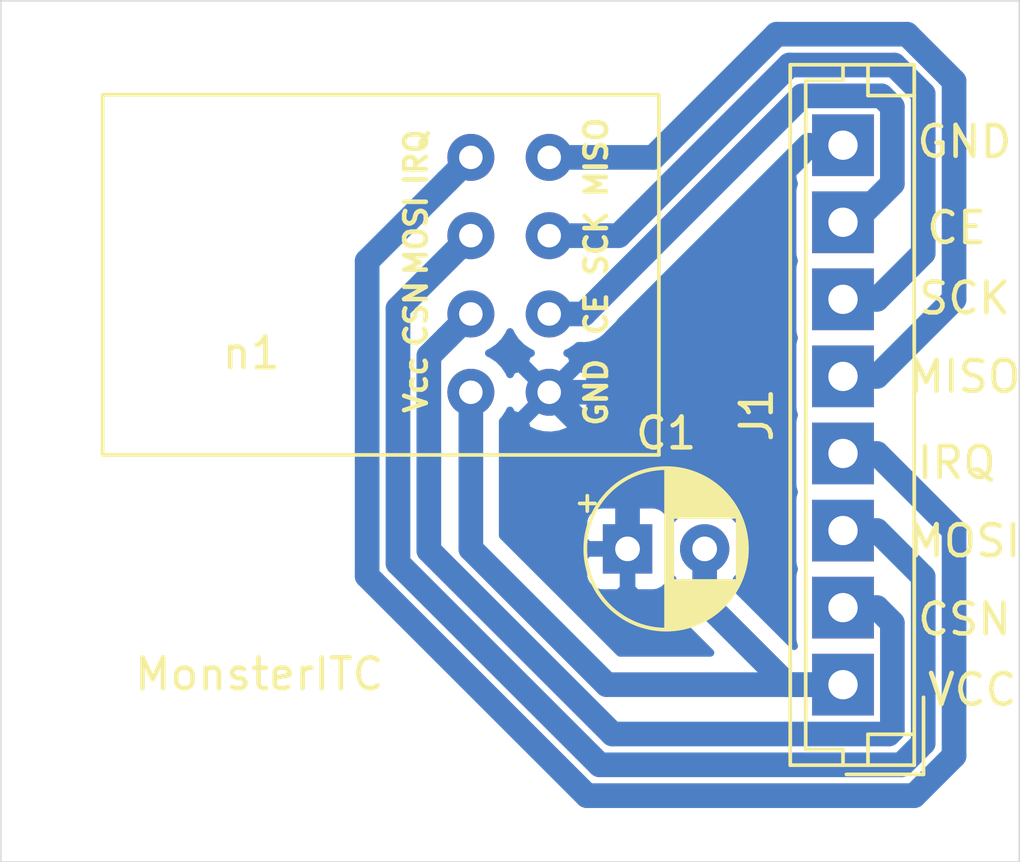
<source format=kicad_pcb>
(kicad_pcb (version 20171130) (host pcbnew "(5.1.2)-2")

  (general
    (thickness 1.6)
    (drawings 13)
    (tracks 60)
    (zones 0)
    (modules 3)
    (nets 9)
  )

  (page A4)
  (layers
    (0 F.Cu signal)
    (31 B.Cu signal)
    (32 B.Adhes user)
    (33 F.Adhes user)
    (34 B.Paste user)
    (35 F.Paste user)
    (36 B.SilkS user)
    (37 F.SilkS user)
    (38 B.Mask user)
    (39 F.Mask user)
    (40 Dwgs.User user)
    (41 Cmts.User user)
    (42 Eco1.User user)
    (43 Eco2.User user)
    (44 Edge.Cuts user)
    (45 Margin user)
    (46 B.CrtYd user)
    (47 F.CrtYd user)
    (48 B.Fab user)
    (49 F.Fab user)
  )

  (setup
    (last_trace_width 0.25)
    (user_trace_width 0.8)
    (trace_clearance 0.2)
    (zone_clearance 0.508)
    (zone_45_only no)
    (trace_min 0.2)
    (via_size 0.8)
    (via_drill 0.4)
    (via_min_size 0.4)
    (via_min_drill 0.3)
    (user_via 2 0.7)
    (uvia_size 0.3)
    (uvia_drill 0.1)
    (uvias_allowed no)
    (uvia_min_size 0.2)
    (uvia_min_drill 0.1)
    (edge_width 0.05)
    (segment_width 0.2)
    (pcb_text_width 0.3)
    (pcb_text_size 1.5 1.5)
    (mod_edge_width 0.12)
    (mod_text_size 1 1)
    (mod_text_width 0.15)
    (pad_size 1.524 1.524)
    (pad_drill 0.762)
    (pad_to_mask_clearance 0.051)
    (solder_mask_min_width 0.25)
    (aux_axis_origin 0 0)
    (visible_elements 7FFFFFFF)
    (pcbplotparams
      (layerselection 0x010fc_ffffffff)
      (usegerberextensions true)
      (usegerberattributes false)
      (usegerberadvancedattributes false)
      (creategerberjobfile false)
      (gerberprecision 5)
      (excludeedgelayer true)
      (linewidth 0.100000)
      (plotframeref false)
      (viasonmask false)
      (mode 1)
      (useauxorigin false)
      (hpglpennumber 1)
      (hpglpenspeed 20)
      (hpglpendiameter 15.000000)
      (psnegative false)
      (psa4output false)
      (plotreference true)
      (plotvalue true)
      (plotinvisibletext false)
      (padsonsilk false)
      (subtractmaskfromsilk false)
      (outputformat 3)
      (mirror false)
      (drillshape 0)
      (scaleselection 1)
      (outputdirectory "./"))
  )

  (net 0 "")
  (net 1 "Net-(J1-Pad2)")
  (net 2 "Net-(J1-Pad3)")
  (net 3 "Net-(J1-Pad4)")
  (net 4 "Net-(J1-Pad5)")
  (net 5 "Net-(J1-Pad6)")
  (net 6 "Net-(J1-Pad7)")
  (net 7 "Net-(C1-Pad1)")
  (net 8 "Net-(C1-Pad2)")

  (net_class Default "This is the default net class."
    (clearance 0.2)
    (trace_width 0.25)
    (via_dia 0.8)
    (via_drill 0.4)
    (uvia_dia 0.3)
    (uvia_drill 0.1)
    (add_net "Net-(C1-Pad1)")
    (add_net "Net-(C1-Pad2)")
    (add_net "Net-(J1-Pad2)")
    (add_net "Net-(J1-Pad3)")
    (add_net "Net-(J1-Pad4)")
    (add_net "Net-(J1-Pad5)")
    (add_net "Net-(J1-Pad6)")
    (add_net "Net-(J1-Pad7)")
  )

  (module Connector_JST:JST_EH_B8B-EH-A_1x08_P2.50mm_Vertical (layer F.Cu) (tedit 5D8820C3) (tstamp 5D888377)
    (at 131.445 80.605 90)
    (descr "JST EH series connector, B8B-EH-A (http://www.jst-mfg.com/product/pdf/eng/eEH.pdf), generated with kicad-footprint-generator")
    (tags "connector JST EH vertical")
    (path /5D884509)
    (fp_text reference J1 (at 8.75 -2.8 90) (layer F.SilkS)
      (effects (font (size 1 1) (thickness 0.15)))
    )
    (fp_text value C (at 8.75 3.4 90) (layer F.Fab)
      (effects (font (size 1 1) (thickness 0.15)))
    )
    (fp_line (start -2.5 -1.6) (end -2.5 2.2) (layer F.Fab) (width 0.1))
    (fp_line (start -2.5 2.2) (end 20 2.2) (layer F.Fab) (width 0.1))
    (fp_line (start 20 2.2) (end 20 -1.6) (layer F.Fab) (width 0.1))
    (fp_line (start 20 -1.6) (end -2.5 -1.6) (layer F.Fab) (width 0.1))
    (fp_line (start -3 -2.1) (end -3 2.7) (layer F.CrtYd) (width 0.05))
    (fp_line (start -3 2.7) (end 20.5 2.7) (layer F.CrtYd) (width 0.05))
    (fp_line (start 20.5 2.7) (end 20.5 -2.1) (layer F.CrtYd) (width 0.05))
    (fp_line (start 20.5 -2.1) (end -3 -2.1) (layer F.CrtYd) (width 0.05))
    (fp_line (start -2.61 -1.71) (end -2.61 2.31) (layer F.SilkS) (width 0.12))
    (fp_line (start -2.61 2.31) (end 20.11 2.31) (layer F.SilkS) (width 0.12))
    (fp_line (start 20.11 2.31) (end 20.11 -1.71) (layer F.SilkS) (width 0.12))
    (fp_line (start 20.11 -1.71) (end -2.61 -1.71) (layer F.SilkS) (width 0.12))
    (fp_line (start -2.61 0) (end -2.11 0) (layer F.SilkS) (width 0.12))
    (fp_line (start -2.11 0) (end -2.11 -1.21) (layer F.SilkS) (width 0.12))
    (fp_line (start -2.11 -1.21) (end 19.61 -1.21) (layer F.SilkS) (width 0.12))
    (fp_line (start 19.61 -1.21) (end 19.61 0) (layer F.SilkS) (width 0.12))
    (fp_line (start 19.61 0) (end 20.11 0) (layer F.SilkS) (width 0.12))
    (fp_line (start -2.61 0.81) (end -1.61 0.81) (layer F.SilkS) (width 0.12))
    (fp_line (start -1.61 0.81) (end -1.61 2.31) (layer F.SilkS) (width 0.12))
    (fp_line (start 20.11 0.81) (end 19.11 0.81) (layer F.SilkS) (width 0.12))
    (fp_line (start 19.11 0.81) (end 19.11 2.31) (layer F.SilkS) (width 0.12))
    (fp_line (start -2.91 0.11) (end -2.91 2.61) (layer F.SilkS) (width 0.12))
    (fp_line (start -2.91 2.61) (end -0.41 2.61) (layer F.SilkS) (width 0.12))
    (fp_line (start -2.91 0.11) (end -2.91 2.61) (layer F.Fab) (width 0.1))
    (fp_line (start -2.91 2.61) (end -0.41 2.61) (layer F.Fab) (width 0.1))
    (fp_text user %R (at 8.75 1.5 90) (layer F.Fab)
      (effects (font (size 1 1) (thickness 0.15)))
    )
    (pad 1 thru_hole rect (at 0 0 90) (size 2 2) (drill 0.95) (layers *.Cu *.Mask)
      (net 8 "Net-(C1-Pad2)"))
    (pad 2 thru_hole trapezoid (at 2.5 0 90) (size 2 2) (drill 0.95) (layers *.Cu *.Mask)
      (net 1 "Net-(J1-Pad2)"))
    (pad 3 thru_hole trapezoid (at 5 0 90) (size 2 2) (drill 0.95) (layers *.Cu *.Mask)
      (net 2 "Net-(J1-Pad3)"))
    (pad 4 thru_hole trapezoid (at 7.5 0 90) (size 2 2) (drill 0.95) (layers *.Cu *.Mask)
      (net 3 "Net-(J1-Pad4)"))
    (pad 5 thru_hole trapezoid (at 10 0 90) (size 2 2) (drill 0.95) (layers *.Cu *.Mask)
      (net 4 "Net-(J1-Pad5)"))
    (pad 6 thru_hole trapezoid (at 12.5 0 90) (size 2 2) (drill 0.95) (layers *.Cu *.Mask)
      (net 5 "Net-(J1-Pad6)"))
    (pad 7 thru_hole rect (at 15 0 90) (size 2 2) (drill 0.95) (layers *.Cu *.Mask)
      (net 6 "Net-(J1-Pad7)"))
    (pad 8 thru_hole trapezoid (at 17.5 0 90) (size 2 2) (drill 0.95) (layers *.Cu *.Mask)
      (net 7 "Net-(C1-Pad1)"))
    (model ${KISYS3DMOD}/Connector_JST.3dshapes/JST_EH_B8B-EH-A_1x08_P2.50mm_Vertical.wrl
      (at (xyz 0 0 0))
      (scale (xyz 1 1 1))
      (rotate (xyz 0 0 0))
    )
  )

  (module nrf24:nrf24 (layer F.Cu) (tedit 5D881F49) (tstamp 5D888390)
    (at 114.3 63.5)
    (path /5D8832ED)
    (fp_text reference n1 (at -2.032 6.35) (layer F.SilkS)
      (effects (font (size 1 1) (thickness 0.15)))
    )
    (fp_text value nrf24 (at -1.778 0.254) (layer F.Fab)
      (effects (font (size 1 1) (thickness 0.15)))
    )
    (fp_text user GND (at 9.144 7.62 90) (layer F.SilkS)
      (effects (font (size 0.7 0.7) (thickness 0.15)))
    )
    (fp_text user CE (at 9.144 5.08 90) (layer F.SilkS)
      (effects (font (size 0.7 0.7) (thickness 0.15)))
    )
    (fp_text user SCK (at 9.144 2.794 90) (layer F.SilkS)
      (effects (font (size 0.7 0.7) (thickness 0.15)))
    )
    (fp_text user MISO (at 9.144 0 90) (layer F.SilkS)
      (effects (font (size 0.7 0.7) (thickness 0.15)))
    )
    (fp_text user Vcc (at 3.302 7.366 90) (layer F.SilkS)
      (effects (font (size 0.7 0.7) (thickness 0.15)))
    )
    (fp_text user CSN (at 3.302 5.08 90) (layer F.SilkS)
      (effects (font (size 0.7 0.7) (thickness 0.15)))
    )
    (fp_text user MOSI (at 3.302 2.54 90) (layer F.SilkS)
      (effects (font (size 0.7 0.7) (thickness 0.15)))
    )
    (fp_text user IRQ (at 3.302 0 90) (layer F.SilkS)
      (effects (font (size 0.7 0.7) (thickness 0.15)))
    )
    (fp_line (start -6.858 -2.032) (end -6.858 9.652) (layer F.SilkS) (width 0.12))
    (fp_line (start -6.858 9.652) (end 10.414 9.652) (layer F.SilkS) (width 0.12))
    (fp_line (start 10.414 9.652) (end 11.176 9.652) (layer F.SilkS) (width 0.12))
    (fp_line (start 11.176 9.652) (end 11.176 -2.032) (layer F.SilkS) (width 0.12))
    (fp_line (start 11.176 -2.032) (end -6.858 -2.032) (layer F.SilkS) (width 0.12))
    (pad 0 thru_hole circle (at 7.62 7.62) (size 1.524 1.524) (drill 0.762) (layers *.Cu *.Mask)
      (net 7 "Net-(C1-Pad1)"))
    (pad 1 thru_hole circle (at 7.62 5.08) (size 1.524 1.524) (drill 0.762) (layers *.Cu *.Mask)
      (net 6 "Net-(J1-Pad7)"))
    (pad 2 thru_hole circle (at 7.62 2.54) (size 1.524 1.524) (drill 0.762) (layers *.Cu *.Mask)
      (net 5 "Net-(J1-Pad6)"))
    (pad 3 thru_hole circle (at 7.62 0) (size 1.524 1.524) (drill 0.762) (layers *.Cu *.Mask)
      (net 4 "Net-(J1-Pad5)"))
    (pad 4 thru_hole circle (at 5.08 0) (size 1.524 1.524) (drill 0.762) (layers *.Cu *.Mask)
      (net 3 "Net-(J1-Pad4)"))
    (pad 5 thru_hole circle (at 5.08 2.54) (size 1.524 1.524) (drill 0.762) (layers *.Cu *.Mask)
      (net 2 "Net-(J1-Pad3)"))
    (pad 6 thru_hole circle (at 5.08 5.08) (size 1.524 1.524) (drill 0.762) (layers *.Cu *.Mask)
      (net 1 "Net-(J1-Pad2)"))
    (pad 7 thru_hole circle (at 5.08 7.62) (size 1.524 1.524) (drill 0.762) (layers *.Cu *.Mask)
      (net 8 "Net-(C1-Pad2)"))
  )

  (module Capacitor_THT:CP_Radial_D5.0mm_P2.50mm (layer F.Cu) (tedit 5AE50EF0) (tstamp 5D88A2FA)
    (at 124.46 76.2)
    (descr "CP, Radial series, Radial, pin pitch=2.50mm, , diameter=5mm, Electrolytic Capacitor")
    (tags "CP Radial series Radial pin pitch 2.50mm  diameter 5mm Electrolytic Capacitor")
    (path /5D8837FB)
    (fp_text reference C1 (at 1.25 -3.75) (layer F.SilkS)
      (effects (font (size 1 1) (thickness 0.15)))
    )
    (fp_text value C (at 1.25 3.75) (layer F.Fab)
      (effects (font (size 1 1) (thickness 0.15)))
    )
    (fp_circle (center 1.25 0) (end 3.75 0) (layer F.Fab) (width 0.1))
    (fp_circle (center 1.25 0) (end 3.87 0) (layer F.SilkS) (width 0.12))
    (fp_circle (center 1.25 0) (end 4 0) (layer F.CrtYd) (width 0.05))
    (fp_line (start -0.883605 -1.0875) (end -0.383605 -1.0875) (layer F.Fab) (width 0.1))
    (fp_line (start -0.633605 -1.3375) (end -0.633605 -0.8375) (layer F.Fab) (width 0.1))
    (fp_line (start 1.25 -2.58) (end 1.25 2.58) (layer F.SilkS) (width 0.12))
    (fp_line (start 1.29 -2.58) (end 1.29 2.58) (layer F.SilkS) (width 0.12))
    (fp_line (start 1.33 -2.579) (end 1.33 2.579) (layer F.SilkS) (width 0.12))
    (fp_line (start 1.37 -2.578) (end 1.37 2.578) (layer F.SilkS) (width 0.12))
    (fp_line (start 1.41 -2.576) (end 1.41 2.576) (layer F.SilkS) (width 0.12))
    (fp_line (start 1.45 -2.573) (end 1.45 2.573) (layer F.SilkS) (width 0.12))
    (fp_line (start 1.49 -2.569) (end 1.49 -1.04) (layer F.SilkS) (width 0.12))
    (fp_line (start 1.49 1.04) (end 1.49 2.569) (layer F.SilkS) (width 0.12))
    (fp_line (start 1.53 -2.565) (end 1.53 -1.04) (layer F.SilkS) (width 0.12))
    (fp_line (start 1.53 1.04) (end 1.53 2.565) (layer F.SilkS) (width 0.12))
    (fp_line (start 1.57 -2.561) (end 1.57 -1.04) (layer F.SilkS) (width 0.12))
    (fp_line (start 1.57 1.04) (end 1.57 2.561) (layer F.SilkS) (width 0.12))
    (fp_line (start 1.61 -2.556) (end 1.61 -1.04) (layer F.SilkS) (width 0.12))
    (fp_line (start 1.61 1.04) (end 1.61 2.556) (layer F.SilkS) (width 0.12))
    (fp_line (start 1.65 -2.55) (end 1.65 -1.04) (layer F.SilkS) (width 0.12))
    (fp_line (start 1.65 1.04) (end 1.65 2.55) (layer F.SilkS) (width 0.12))
    (fp_line (start 1.69 -2.543) (end 1.69 -1.04) (layer F.SilkS) (width 0.12))
    (fp_line (start 1.69 1.04) (end 1.69 2.543) (layer F.SilkS) (width 0.12))
    (fp_line (start 1.73 -2.536) (end 1.73 -1.04) (layer F.SilkS) (width 0.12))
    (fp_line (start 1.73 1.04) (end 1.73 2.536) (layer F.SilkS) (width 0.12))
    (fp_line (start 1.77 -2.528) (end 1.77 -1.04) (layer F.SilkS) (width 0.12))
    (fp_line (start 1.77 1.04) (end 1.77 2.528) (layer F.SilkS) (width 0.12))
    (fp_line (start 1.81 -2.52) (end 1.81 -1.04) (layer F.SilkS) (width 0.12))
    (fp_line (start 1.81 1.04) (end 1.81 2.52) (layer F.SilkS) (width 0.12))
    (fp_line (start 1.85 -2.511) (end 1.85 -1.04) (layer F.SilkS) (width 0.12))
    (fp_line (start 1.85 1.04) (end 1.85 2.511) (layer F.SilkS) (width 0.12))
    (fp_line (start 1.89 -2.501) (end 1.89 -1.04) (layer F.SilkS) (width 0.12))
    (fp_line (start 1.89 1.04) (end 1.89 2.501) (layer F.SilkS) (width 0.12))
    (fp_line (start 1.93 -2.491) (end 1.93 -1.04) (layer F.SilkS) (width 0.12))
    (fp_line (start 1.93 1.04) (end 1.93 2.491) (layer F.SilkS) (width 0.12))
    (fp_line (start 1.971 -2.48) (end 1.971 -1.04) (layer F.SilkS) (width 0.12))
    (fp_line (start 1.971 1.04) (end 1.971 2.48) (layer F.SilkS) (width 0.12))
    (fp_line (start 2.011 -2.468) (end 2.011 -1.04) (layer F.SilkS) (width 0.12))
    (fp_line (start 2.011 1.04) (end 2.011 2.468) (layer F.SilkS) (width 0.12))
    (fp_line (start 2.051 -2.455) (end 2.051 -1.04) (layer F.SilkS) (width 0.12))
    (fp_line (start 2.051 1.04) (end 2.051 2.455) (layer F.SilkS) (width 0.12))
    (fp_line (start 2.091 -2.442) (end 2.091 -1.04) (layer F.SilkS) (width 0.12))
    (fp_line (start 2.091 1.04) (end 2.091 2.442) (layer F.SilkS) (width 0.12))
    (fp_line (start 2.131 -2.428) (end 2.131 -1.04) (layer F.SilkS) (width 0.12))
    (fp_line (start 2.131 1.04) (end 2.131 2.428) (layer F.SilkS) (width 0.12))
    (fp_line (start 2.171 -2.414) (end 2.171 -1.04) (layer F.SilkS) (width 0.12))
    (fp_line (start 2.171 1.04) (end 2.171 2.414) (layer F.SilkS) (width 0.12))
    (fp_line (start 2.211 -2.398) (end 2.211 -1.04) (layer F.SilkS) (width 0.12))
    (fp_line (start 2.211 1.04) (end 2.211 2.398) (layer F.SilkS) (width 0.12))
    (fp_line (start 2.251 -2.382) (end 2.251 -1.04) (layer F.SilkS) (width 0.12))
    (fp_line (start 2.251 1.04) (end 2.251 2.382) (layer F.SilkS) (width 0.12))
    (fp_line (start 2.291 -2.365) (end 2.291 -1.04) (layer F.SilkS) (width 0.12))
    (fp_line (start 2.291 1.04) (end 2.291 2.365) (layer F.SilkS) (width 0.12))
    (fp_line (start 2.331 -2.348) (end 2.331 -1.04) (layer F.SilkS) (width 0.12))
    (fp_line (start 2.331 1.04) (end 2.331 2.348) (layer F.SilkS) (width 0.12))
    (fp_line (start 2.371 -2.329) (end 2.371 -1.04) (layer F.SilkS) (width 0.12))
    (fp_line (start 2.371 1.04) (end 2.371 2.329) (layer F.SilkS) (width 0.12))
    (fp_line (start 2.411 -2.31) (end 2.411 -1.04) (layer F.SilkS) (width 0.12))
    (fp_line (start 2.411 1.04) (end 2.411 2.31) (layer F.SilkS) (width 0.12))
    (fp_line (start 2.451 -2.29) (end 2.451 -1.04) (layer F.SilkS) (width 0.12))
    (fp_line (start 2.451 1.04) (end 2.451 2.29) (layer F.SilkS) (width 0.12))
    (fp_line (start 2.491 -2.268) (end 2.491 -1.04) (layer F.SilkS) (width 0.12))
    (fp_line (start 2.491 1.04) (end 2.491 2.268) (layer F.SilkS) (width 0.12))
    (fp_line (start 2.531 -2.247) (end 2.531 -1.04) (layer F.SilkS) (width 0.12))
    (fp_line (start 2.531 1.04) (end 2.531 2.247) (layer F.SilkS) (width 0.12))
    (fp_line (start 2.571 -2.224) (end 2.571 -1.04) (layer F.SilkS) (width 0.12))
    (fp_line (start 2.571 1.04) (end 2.571 2.224) (layer F.SilkS) (width 0.12))
    (fp_line (start 2.611 -2.2) (end 2.611 -1.04) (layer F.SilkS) (width 0.12))
    (fp_line (start 2.611 1.04) (end 2.611 2.2) (layer F.SilkS) (width 0.12))
    (fp_line (start 2.651 -2.175) (end 2.651 -1.04) (layer F.SilkS) (width 0.12))
    (fp_line (start 2.651 1.04) (end 2.651 2.175) (layer F.SilkS) (width 0.12))
    (fp_line (start 2.691 -2.149) (end 2.691 -1.04) (layer F.SilkS) (width 0.12))
    (fp_line (start 2.691 1.04) (end 2.691 2.149) (layer F.SilkS) (width 0.12))
    (fp_line (start 2.731 -2.122) (end 2.731 -1.04) (layer F.SilkS) (width 0.12))
    (fp_line (start 2.731 1.04) (end 2.731 2.122) (layer F.SilkS) (width 0.12))
    (fp_line (start 2.771 -2.095) (end 2.771 -1.04) (layer F.SilkS) (width 0.12))
    (fp_line (start 2.771 1.04) (end 2.771 2.095) (layer F.SilkS) (width 0.12))
    (fp_line (start 2.811 -2.065) (end 2.811 -1.04) (layer F.SilkS) (width 0.12))
    (fp_line (start 2.811 1.04) (end 2.811 2.065) (layer F.SilkS) (width 0.12))
    (fp_line (start 2.851 -2.035) (end 2.851 -1.04) (layer F.SilkS) (width 0.12))
    (fp_line (start 2.851 1.04) (end 2.851 2.035) (layer F.SilkS) (width 0.12))
    (fp_line (start 2.891 -2.004) (end 2.891 -1.04) (layer F.SilkS) (width 0.12))
    (fp_line (start 2.891 1.04) (end 2.891 2.004) (layer F.SilkS) (width 0.12))
    (fp_line (start 2.931 -1.971) (end 2.931 -1.04) (layer F.SilkS) (width 0.12))
    (fp_line (start 2.931 1.04) (end 2.931 1.971) (layer F.SilkS) (width 0.12))
    (fp_line (start 2.971 -1.937) (end 2.971 -1.04) (layer F.SilkS) (width 0.12))
    (fp_line (start 2.971 1.04) (end 2.971 1.937) (layer F.SilkS) (width 0.12))
    (fp_line (start 3.011 -1.901) (end 3.011 -1.04) (layer F.SilkS) (width 0.12))
    (fp_line (start 3.011 1.04) (end 3.011 1.901) (layer F.SilkS) (width 0.12))
    (fp_line (start 3.051 -1.864) (end 3.051 -1.04) (layer F.SilkS) (width 0.12))
    (fp_line (start 3.051 1.04) (end 3.051 1.864) (layer F.SilkS) (width 0.12))
    (fp_line (start 3.091 -1.826) (end 3.091 -1.04) (layer F.SilkS) (width 0.12))
    (fp_line (start 3.091 1.04) (end 3.091 1.826) (layer F.SilkS) (width 0.12))
    (fp_line (start 3.131 -1.785) (end 3.131 -1.04) (layer F.SilkS) (width 0.12))
    (fp_line (start 3.131 1.04) (end 3.131 1.785) (layer F.SilkS) (width 0.12))
    (fp_line (start 3.171 -1.743) (end 3.171 -1.04) (layer F.SilkS) (width 0.12))
    (fp_line (start 3.171 1.04) (end 3.171 1.743) (layer F.SilkS) (width 0.12))
    (fp_line (start 3.211 -1.699) (end 3.211 -1.04) (layer F.SilkS) (width 0.12))
    (fp_line (start 3.211 1.04) (end 3.211 1.699) (layer F.SilkS) (width 0.12))
    (fp_line (start 3.251 -1.653) (end 3.251 -1.04) (layer F.SilkS) (width 0.12))
    (fp_line (start 3.251 1.04) (end 3.251 1.653) (layer F.SilkS) (width 0.12))
    (fp_line (start 3.291 -1.605) (end 3.291 -1.04) (layer F.SilkS) (width 0.12))
    (fp_line (start 3.291 1.04) (end 3.291 1.605) (layer F.SilkS) (width 0.12))
    (fp_line (start 3.331 -1.554) (end 3.331 -1.04) (layer F.SilkS) (width 0.12))
    (fp_line (start 3.331 1.04) (end 3.331 1.554) (layer F.SilkS) (width 0.12))
    (fp_line (start 3.371 -1.5) (end 3.371 -1.04) (layer F.SilkS) (width 0.12))
    (fp_line (start 3.371 1.04) (end 3.371 1.5) (layer F.SilkS) (width 0.12))
    (fp_line (start 3.411 -1.443) (end 3.411 -1.04) (layer F.SilkS) (width 0.12))
    (fp_line (start 3.411 1.04) (end 3.411 1.443) (layer F.SilkS) (width 0.12))
    (fp_line (start 3.451 -1.383) (end 3.451 -1.04) (layer F.SilkS) (width 0.12))
    (fp_line (start 3.451 1.04) (end 3.451 1.383) (layer F.SilkS) (width 0.12))
    (fp_line (start 3.491 -1.319) (end 3.491 -1.04) (layer F.SilkS) (width 0.12))
    (fp_line (start 3.491 1.04) (end 3.491 1.319) (layer F.SilkS) (width 0.12))
    (fp_line (start 3.531 -1.251) (end 3.531 -1.04) (layer F.SilkS) (width 0.12))
    (fp_line (start 3.531 1.04) (end 3.531 1.251) (layer F.SilkS) (width 0.12))
    (fp_line (start 3.571 -1.178) (end 3.571 1.178) (layer F.SilkS) (width 0.12))
    (fp_line (start 3.611 -1.098) (end 3.611 1.098) (layer F.SilkS) (width 0.12))
    (fp_line (start 3.651 -1.011) (end 3.651 1.011) (layer F.SilkS) (width 0.12))
    (fp_line (start 3.691 -0.915) (end 3.691 0.915) (layer F.SilkS) (width 0.12))
    (fp_line (start 3.731 -0.805) (end 3.731 0.805) (layer F.SilkS) (width 0.12))
    (fp_line (start 3.771 -0.677) (end 3.771 0.677) (layer F.SilkS) (width 0.12))
    (fp_line (start 3.811 -0.518) (end 3.811 0.518) (layer F.SilkS) (width 0.12))
    (fp_line (start 3.851 -0.284) (end 3.851 0.284) (layer F.SilkS) (width 0.12))
    (fp_line (start -1.554775 -1.475) (end -1.054775 -1.475) (layer F.SilkS) (width 0.12))
    (fp_line (start -1.304775 -1.725) (end -1.304775 -1.225) (layer F.SilkS) (width 0.12))
    (fp_text user %R (at 1.25 0) (layer F.Fab)
      (effects (font (size 1 1) (thickness 0.15)))
    )
    (pad 1 thru_hole rect (at 0 0) (size 1.6 1.6) (drill 0.8) (layers *.Cu *.Mask)
      (net 7 "Net-(C1-Pad1)"))
    (pad 2 thru_hole circle (at 2.5 0) (size 1.6 1.6) (drill 0.8) (layers *.Cu *.Mask)
      (net 8 "Net-(C1-Pad2)"))
    (model ${KISYS3DMOD}/Capacitor_THT.3dshapes/CP_Radial_D5.0mm_P2.50mm.wrl
      (at (xyz 0 0 0))
      (scale (xyz 1 1 1))
      (rotate (xyz 0 0 0))
    )
  )

  (gr_text "VCC\n" (at 135.636 80.772) (layer F.SilkS)
    (effects (font (size 1 1) (thickness 0.15)))
  )
  (gr_text CSN (at 135.382 78.486) (layer F.SilkS)
    (effects (font (size 1 1) (thickness 0.15)))
  )
  (gr_text "MOSI\n" (at 135.382 75.946) (layer F.SilkS)
    (effects (font (size 1 1) (thickness 0.15)))
  )
  (gr_text "IRQ\n" (at 135.128 73.406) (layer F.SilkS)
    (effects (font (size 1 1) (thickness 0.15)))
  )
  (gr_text "MISO\n" (at 135.382 70.612) (layer F.SilkS)
    (effects (font (size 1 1) (thickness 0.15)))
  )
  (gr_text "SCK\n" (at 135.382 68.072) (layer F.SilkS)
    (effects (font (size 1 1) (thickness 0.15)))
  )
  (gr_text "CE\n" (at 135.128 65.786) (layer F.SilkS)
    (effects (font (size 1 1) (thickness 0.15)))
  )
  (gr_text "GND\n" (at 135.382 62.992) (layer F.SilkS)
    (effects (font (size 1 1) (thickness 0.15)))
  )
  (gr_text "MonsterITC\n" (at 112.522 80.264) (layer F.SilkS)
    (effects (font (size 1 1) (thickness 0.15)))
  )
  (gr_line (start 137.16 58.42) (end 104.14 58.42) (layer Edge.Cuts) (width 0.05) (tstamp 5D888DB2))
  (gr_line (start 137.16 86.36) (end 137.16 58.42) (layer Edge.Cuts) (width 0.05))
  (gr_line (start 104.14 86.36) (end 137.16 86.36) (layer Edge.Cuts) (width 0.05))
  (gr_line (start 104.14 58.42) (end 104.14 86.36) (layer Edge.Cuts) (width 0.05))

  (segment (start 118.017999 69.942001) (end 118.618001 69.341999) (width 0.8) (layer B.Cu) (net 1))
  (segment (start 123.970774 82.205001) (end 118.017999 76.252226) (width 0.8) (layer B.Cu) (net 1))
  (segment (start 132.925001 82.205001) (end 123.970774 82.205001) (width 0.8) (layer B.Cu) (net 1))
  (segment (start 118.618001 69.341999) (end 119.38 68.58) (width 0.8) (layer B.Cu) (net 1))
  (segment (start 133.045001 82.085001) (end 132.925001 82.205001) (width 0.8) (layer B.Cu) (net 1))
  (segment (start 133.045001 78.605001) (end 133.045001 82.085001) (width 0.8) (layer B.Cu) (net 1))
  (segment (start 118.017999 76.252226) (end 118.017999 69.942001) (width 0.8) (layer B.Cu) (net 1))
  (segment (start 132.545 78.105) (end 133.045001 78.605001) (width 0.8) (layer B.Cu) (net 1))
  (segment (start 131.445 78.105) (end 132.545 78.105) (width 0.8) (layer B.Cu) (net 1))
  (segment (start 118.618001 66.801999) (end 119.38 66.04) (width 0.8) (layer B.Cu) (net 2))
  (segment (start 117.017989 68.402011) (end 118.618001 66.801999) (width 0.8) (layer B.Cu) (net 2))
  (segment (start 123.556558 83.205011) (end 117.017989 76.666443) (width 0.8) (layer B.Cu) (net 2))
  (segment (start 133.339218 83.205011) (end 123.556558 83.205011) (width 0.8) (layer B.Cu) (net 2))
  (segment (start 134.045011 82.499218) (end 133.339218 83.205011) (width 0.8) (layer B.Cu) (net 2))
  (segment (start 134.045011 77.105011) (end 134.045011 82.499218) (width 0.8) (layer B.Cu) (net 2))
  (segment (start 132.545 75.605) (end 134.045011 77.105011) (width 0.8) (layer B.Cu) (net 2))
  (segment (start 117.017989 76.666443) (end 117.017989 68.402011) (width 0.8) (layer B.Cu) (net 2))
  (segment (start 131.445 75.605) (end 132.545 75.605) (width 0.8) (layer B.Cu) (net 2))
  (segment (start 116.017979 77.08066) (end 116.017979 66.862021) (width 0.8) (layer B.Cu) (net 3))
  (segment (start 116.017979 66.862021) (end 118.618001 64.261999) (width 0.8) (layer B.Cu) (net 3))
  (segment (start 132.545 73.105) (end 135.045021 75.605021) (width 0.8) (layer B.Cu) (net 3))
  (segment (start 131.445 73.105) (end 132.545 73.105) (width 0.8) (layer B.Cu) (net 3))
  (segment (start 135.045021 75.605021) (end 135.045021 82.913435) (width 0.8) (layer B.Cu) (net 3))
  (segment (start 135.045021 82.913435) (end 133.753435 84.205021) (width 0.8) (layer B.Cu) (net 3))
  (segment (start 133.753435 84.205021) (end 123.142341 84.205021) (width 0.8) (layer B.Cu) (net 3))
  (segment (start 123.142341 84.205021) (end 116.017979 77.08066) (width 0.8) (layer B.Cu) (net 3))
  (segment (start 118.618001 64.261999) (end 119.38 63.5) (width 0.8) (layer B.Cu) (net 3))
  (segment (start 133.521968 59.50497) (end 129.292351 59.50497) (width 0.8) (layer B.Cu) (net 4))
  (segment (start 135.04503 61.028032) (end 133.521968 59.50497) (width 0.8) (layer B.Cu) (net 4))
  (segment (start 135.04503 68.10497) (end 135.04503 61.028032) (width 0.8) (layer B.Cu) (net 4))
  (segment (start 131.445 70.605) (end 132.545 70.605) (width 0.8) (layer B.Cu) (net 4))
  (segment (start 132.545 70.605) (end 135.04503 68.10497) (width 0.8) (layer B.Cu) (net 4))
  (segment (start 125.297321 63.5) (end 121.92 63.5) (width 0.8) (layer B.Cu) (net 4))
  (segment (start 129.292351 59.50497) (end 125.297321 63.5) (width 0.8) (layer B.Cu) (net 4))
  (segment (start 132.545 68.105) (end 134.04502 66.60498) (width 0.8) (layer B.Cu) (net 5))
  (segment (start 131.445 68.105) (end 132.545 68.105) (width 0.8) (layer B.Cu) (net 5))
  (segment (start 134.04502 66.60498) (end 134.04502 61.442249) (width 0.8) (layer B.Cu) (net 5))
  (segment (start 124.171547 66.04) (end 121.92 66.04) (width 0.8) (layer B.Cu) (net 5))
  (segment (start 134.04502 61.442249) (end 133.107751 60.50498) (width 0.8) (layer B.Cu) (net 5))
  (segment (start 133.107751 60.50498) (end 129.706567 60.50498) (width 0.8) (layer B.Cu) (net 5))
  (segment (start 129.706567 60.50498) (end 124.171547 66.04) (width 0.8) (layer B.Cu) (net 5))
  (segment (start 123.045773 68.58) (end 122.99763 68.58) (width 0.8) (layer B.Cu) (net 6))
  (segment (start 131.793544 65.605) (end 133.04501 64.353534) (width 0.8) (layer B.Cu) (net 6))
  (segment (start 133.04501 64.353534) (end 133.04501 61.856466) (width 0.8) (layer B.Cu) (net 6))
  (segment (start 133.04501 61.856466) (end 132.693534 61.50499) (width 0.8) (layer B.Cu) (net 6))
  (segment (start 132.693534 61.50499) (end 130.120783 61.50499) (width 0.8) (layer B.Cu) (net 6))
  (segment (start 131.445 65.605) (end 131.793544 65.605) (width 0.8) (layer B.Cu) (net 6))
  (segment (start 130.120783 61.50499) (end 123.045773 68.58) (width 0.8) (layer B.Cu) (net 6))
  (segment (start 122.99763 68.58) (end 121.92 68.58) (width 0.8) (layer B.Cu) (net 6))
  (segment (start 124.46 71.12) (end 121.92 71.12) (width 0.8) (layer B.Cu) (net 7))
  (segment (start 124.46 73.66) (end 121.92 71.12) (width 0.8) (layer B.Cu) (net 7))
  (segment (start 124.46 76.2) (end 124.46 73.66) (width 0.8) (layer B.Cu) (net 7))
  (segment (start 124.46 68.99) (end 130.345 63.105) (width 0.8) (layer B.Cu) (net 7))
  (segment (start 124.46 71.12) (end 124.46 68.99) (width 0.8) (layer B.Cu) (net 7))
  (segment (start 119.38 76.2) (end 119.38 71.12) (width 0.8) (layer B.Cu) (net 8))
  (segment (start 131.445 80.605) (end 123.785 80.605) (width 0.8) (layer B.Cu) (net 8))
  (segment (start 123.785 80.605) (end 119.38 76.2) (width 0.8) (layer B.Cu) (net 8))
  (segment (start 129.645 80.605) (end 131.445 80.605) (width 0.8) (layer B.Cu) (net 8))
  (segment (start 126.96 77.92) (end 129.645 80.605) (width 0.8) (layer B.Cu) (net 8))
  (segment (start 126.96 76.2) (end 126.96 77.92) (width 0.8) (layer B.Cu) (net 8))

  (zone (net 7) (net_name "Net-(C1-Pad1)") (layer B.Cu) (tstamp 5DB5FCF0) (hatch edge 0.508)
    (connect_pads (clearance 0.508))
    (min_thickness 0.254)
    (fill yes (arc_segments 32) (thermal_gap 0.508) (thermal_bridge_width 0.508))
    (polygon
      (pts
        (xy 104.14 58.42) (xy 137.16 58.42) (xy 137.16 86.36) (xy 104.14 86.36)
      )
    )
    (filled_polygon
      (pts
        (xy 129.806928 64.105) (xy 129.819188 64.229482) (xy 129.855498 64.34918) (xy 129.858609 64.355) (xy 129.855498 64.36082)
        (xy 129.819188 64.480518) (xy 129.806928 64.605) (xy 129.806928 66.605) (xy 129.819188 66.729482) (xy 129.855498 66.84918)
        (xy 129.858609 66.855) (xy 129.855498 66.86082) (xy 129.819188 66.980518) (xy 129.806928 67.105) (xy 129.806928 69.105)
        (xy 129.819188 69.229482) (xy 129.855498 69.34918) (xy 129.858609 69.355) (xy 129.855498 69.36082) (xy 129.819188 69.480518)
        (xy 129.806928 69.605) (xy 129.806928 71.605) (xy 129.819188 71.729482) (xy 129.855498 71.84918) (xy 129.858609 71.855)
        (xy 129.855498 71.86082) (xy 129.819188 71.980518) (xy 129.806928 72.105) (xy 129.806928 74.105) (xy 129.819188 74.229482)
        (xy 129.855498 74.34918) (xy 129.858609 74.355) (xy 129.855498 74.36082) (xy 129.819188 74.480518) (xy 129.806928 74.605)
        (xy 129.806928 76.605) (xy 129.819188 76.729482) (xy 129.855498 76.84918) (xy 129.858609 76.855) (xy 129.855498 76.86082)
        (xy 129.819188 76.980518) (xy 129.806928 77.105) (xy 129.806928 79.105) (xy 129.819188 79.229482) (xy 129.855498 79.34918)
        (xy 129.858492 79.354781) (xy 127.995 77.49129) (xy 127.995 77.194396) (xy 128.074637 77.114759) (xy 128.23168 76.879727)
        (xy 128.339853 76.618574) (xy 128.395 76.341335) (xy 128.395 76.058665) (xy 128.339853 75.781426) (xy 128.23168 75.520273)
        (xy 128.074637 75.285241) (xy 127.874759 75.085363) (xy 127.639727 74.92832) (xy 127.378574 74.820147) (xy 127.101335 74.765)
        (xy 126.818665 74.765) (xy 126.541426 74.820147) (xy 126.280273 74.92832) (xy 126.045241 75.085363) (xy 125.878661 75.251943)
        (xy 125.849502 75.15582) (xy 125.790537 75.045506) (xy 125.711185 74.948815) (xy 125.614494 74.869463) (xy 125.50418 74.810498)
        (xy 125.384482 74.774188) (xy 125.26 74.761928) (xy 124.74575 74.765) (xy 124.587 74.92375) (xy 124.587 76.073)
        (xy 124.607 76.073) (xy 124.607 76.327) (xy 124.587 76.327) (xy 124.587 77.47625) (xy 124.74575 77.635)
        (xy 125.26 77.638072) (xy 125.384482 77.625812) (xy 125.50418 77.589502) (xy 125.614494 77.530537) (xy 125.711185 77.451185)
        (xy 125.790537 77.354494) (xy 125.849502 77.24418) (xy 125.878661 77.148057) (xy 125.925001 77.194397) (xy 125.925001 77.869163)
        (xy 125.919994 77.92) (xy 125.939977 78.122895) (xy 125.99916 78.317993) (xy 126.095266 78.497797) (xy 126.141525 78.554163)
        (xy 126.224605 78.655396) (xy 126.264092 78.687802) (xy 127.14629 79.57) (xy 124.213711 79.57) (xy 121.643711 77)
        (xy 123.021928 77) (xy 123.034188 77.124482) (xy 123.070498 77.24418) (xy 123.129463 77.354494) (xy 123.208815 77.451185)
        (xy 123.305506 77.530537) (xy 123.41582 77.589502) (xy 123.535518 77.625812) (xy 123.66 77.638072) (xy 124.17425 77.635)
        (xy 124.333 77.47625) (xy 124.333 76.327) (xy 123.18375 76.327) (xy 123.025 76.48575) (xy 123.021928 77)
        (xy 121.643711 77) (xy 120.415 75.77129) (xy 120.415 75.4) (xy 123.021928 75.4) (xy 123.025 75.91425)
        (xy 123.18375 76.073) (xy 124.333 76.073) (xy 124.333 74.92375) (xy 124.17425 74.765) (xy 123.66 74.761928)
        (xy 123.535518 74.774188) (xy 123.41582 74.810498) (xy 123.305506 74.869463) (xy 123.208815 74.948815) (xy 123.129463 75.045506)
        (xy 123.070498 75.15582) (xy 123.034188 75.275518) (xy 123.021928 75.4) (xy 120.415 75.4) (xy 120.415 72.085565)
        (xy 121.13404 72.085565) (xy 121.20102 72.325656) (xy 121.450048 72.442756) (xy 121.717135 72.509023) (xy 121.992017 72.52191)
        (xy 122.264133 72.480922) (xy 122.523023 72.387636) (xy 122.63898 72.325656) (xy 122.70596 72.085565) (xy 121.92 71.299605)
        (xy 121.13404 72.085565) (xy 120.415 72.085565) (xy 120.415 72.060655) (xy 120.46512 72.010535) (xy 120.618005 71.781727)
        (xy 120.647692 71.710057) (xy 120.652364 71.723023) (xy 120.714344 71.83898) (xy 120.954435 71.90596) (xy 121.740395 71.12)
        (xy 122.099605 71.12) (xy 122.885565 71.90596) (xy 123.125656 71.83898) (xy 123.242756 71.589952) (xy 123.309023 71.322865)
        (xy 123.32191 71.047983) (xy 123.280922 70.775867) (xy 123.187636 70.516977) (xy 123.125656 70.40102) (xy 122.885565 70.33404)
        (xy 122.099605 71.12) (xy 121.740395 71.12) (xy 120.954435 70.33404) (xy 120.714344 70.40102) (xy 120.650515 70.53676)
        (xy 120.618005 70.458273) (xy 120.46512 70.229465) (xy 120.270535 70.03488) (xy 120.041727 69.881995) (xy 119.964485 69.85)
        (xy 120.041727 69.818005) (xy 120.270535 69.66512) (xy 120.46512 69.470535) (xy 120.618005 69.241727) (xy 120.65 69.164485)
        (xy 120.681995 69.241727) (xy 120.83488 69.470535) (xy 121.029465 69.66512) (xy 121.258273 69.818005) (xy 121.329943 69.847692)
        (xy 121.316977 69.852364) (xy 121.20102 69.914344) (xy 121.13404 70.154435) (xy 121.92 70.940395) (xy 122.70596 70.154435)
        (xy 122.63898 69.914344) (xy 122.50324 69.850515) (xy 122.581727 69.818005) (xy 122.810535 69.66512) (xy 122.860655 69.615)
        (xy 122.994945 69.615) (xy 123.045773 69.620006) (xy 123.096601 69.615) (xy 123.096611 69.615) (xy 123.248668 69.600024)
        (xy 123.443766 69.540841) (xy 123.62357 69.444734) (xy 123.781169 69.315396) (xy 123.81358 69.275903) (xy 129.806928 63.282556)
      )
    )
    (filled_polygon
      (pts
        (xy 131.572 62.978) (xy 131.592 62.978) (xy 131.592 63.232) (xy 131.572 63.232) (xy 131.572 63.252)
        (xy 131.318 63.252) (xy 131.318 63.232) (xy 131.298 63.232) (xy 131.298 62.978) (xy 131.318 62.978)
        (xy 131.318 62.958) (xy 131.572 62.958)
      )
    )
  )
)

</source>
